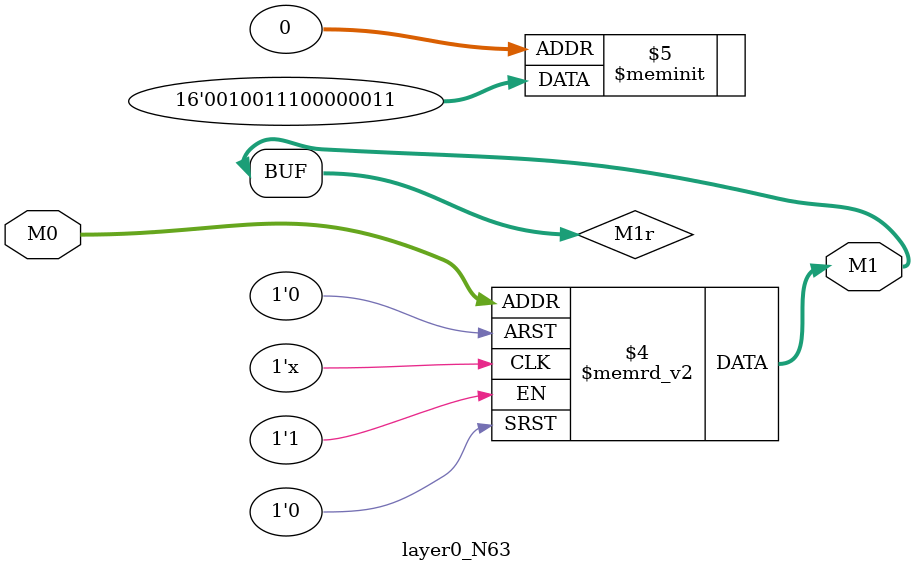
<source format=v>
module layer0_N63 ( input [2:0] M0, output [1:0] M1 );

	(*rom_style = "distributed" *) reg [1:0] M1r;
	assign M1 = M1r;
	always @ (M0) begin
		case (M0)
			3'b000: M1r = 2'b11;
			3'b100: M1r = 2'b11;
			3'b010: M1r = 2'b00;
			3'b110: M1r = 2'b10;
			3'b001: M1r = 2'b00;
			3'b101: M1r = 2'b01;
			3'b011: M1r = 2'b00;
			3'b111: M1r = 2'b00;

		endcase
	end
endmodule

</source>
